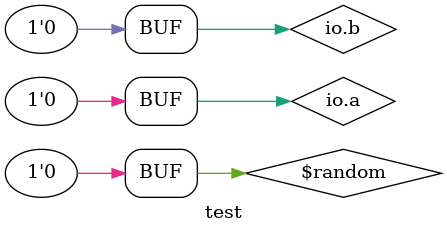
<source format=sv>
`include "interface.sv"
module test;
   inter io();
  alu des_ins (io);
 
  initial begin
  	io.a = 0; io.b = 0;
  end
  
  
  initial begin 
    repeat(20) begin 
      #1;
     io.a = $random; io.b = $random;
    end     
  end 
  
  initial begin
    $monitor($time,"a = %0d, b = %0d, out = %0d", io.a, io.b, io.out);
  end
endmodule

</source>
